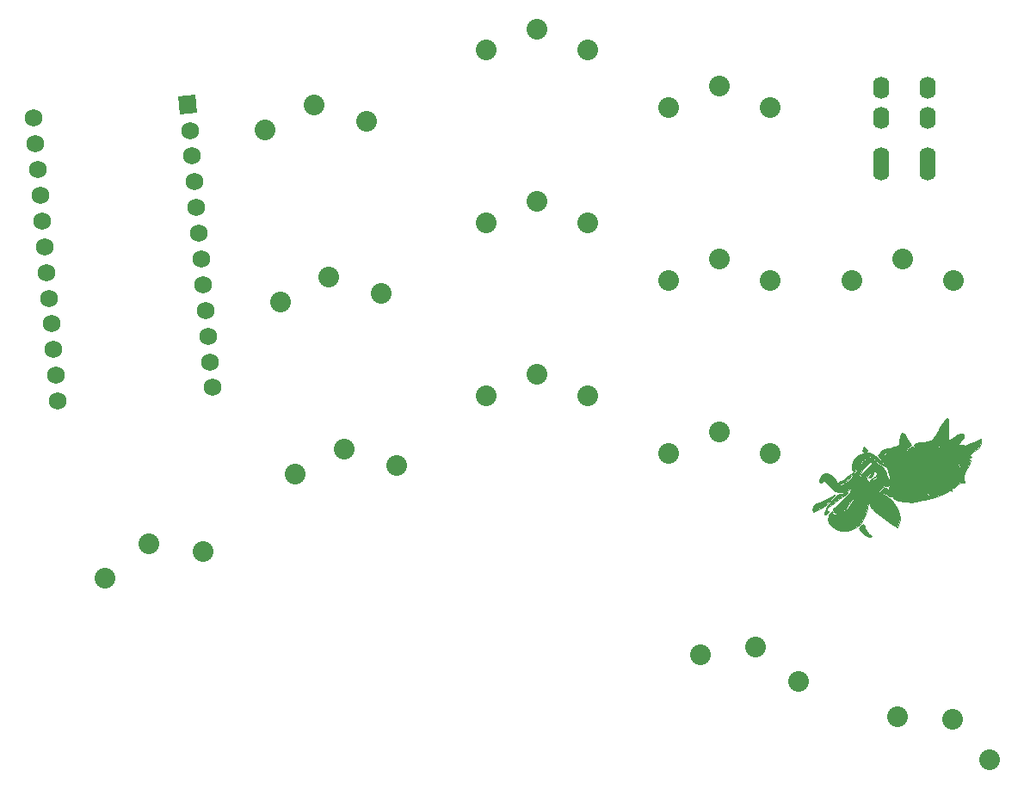
<source format=gbr>
%TF.GenerationSoftware,KiCad,Pcbnew,(5.1.10)-1*%
%TF.CreationDate,2021-07-02T19:59:24+02:00*%
%TF.ProjectId,newidea,6e657769-6465-4612-9e6b-696361645f70,VERSION_HERE*%
%TF.SameCoordinates,Original*%
%TF.FileFunction,Copper,L2,Bot*%
%TF.FilePolarity,Positive*%
%FSLAX46Y46*%
G04 Gerber Fmt 4.6, Leading zero omitted, Abs format (unit mm)*
G04 Created by KiCad (PCBNEW (5.1.10)-1) date 2021-07-02 19:59:24*
%MOMM*%
%LPD*%
G01*
G04 APERTURE LIST*
%TA.AperFunction,EtchedComponent*%
%ADD10C,0.010000*%
%TD*%
%TA.AperFunction,ComponentPad*%
%ADD11C,2.032000*%
%TD*%
%TA.AperFunction,ComponentPad*%
%ADD12C,0.100000*%
%TD*%
%TA.AperFunction,ComponentPad*%
%ADD13C,1.752600*%
%TD*%
%TA.AperFunction,ComponentPad*%
%ADD14O,1.600000X2.200000*%
%TD*%
G04 APERTURE END LIST*
D10*
%TO.C,G\u002A\u002A\u002A*%
G36*
X82437758Y24007982D02*
G01*
X82517202Y23807864D01*
X82575539Y23653310D01*
X82762691Y23294878D01*
X82971026Y23102976D01*
X83164047Y22970099D01*
X83194250Y22883275D01*
X83061606Y22841936D01*
X82957508Y22838000D01*
X82763502Y22876176D01*
X82555674Y23007665D01*
X82322508Y23226771D01*
X82127219Y23436712D01*
X81990727Y23600645D01*
X81944667Y23677679D01*
X81996854Y23768485D01*
X82119155Y23901558D01*
X82260182Y24028559D01*
X82368547Y24101146D01*
X82394978Y24101278D01*
X82437758Y24007982D01*
G37*
X82437758Y24007982D02*
X82517202Y23807864D01*
X82575539Y23653310D01*
X82762691Y23294878D01*
X82971026Y23102976D01*
X83164047Y22970099D01*
X83194250Y22883275D01*
X83061606Y22841936D01*
X82957508Y22838000D01*
X82763502Y22876176D01*
X82555674Y23007665D01*
X82322508Y23226771D01*
X82127219Y23436712D01*
X81990727Y23600645D01*
X81944667Y23677679D01*
X81996854Y23768485D01*
X82119155Y23901558D01*
X82260182Y24028559D01*
X82368547Y24101146D01*
X82394978Y24101278D01*
X82437758Y24007982D01*
G36*
X82995074Y31075941D02*
G01*
X83440546Y30897519D01*
X83867224Y30565928D01*
X84123702Y30276583D01*
X84295653Y30046867D01*
X84411087Y29875006D01*
X84445322Y29797786D01*
X84445126Y29797570D01*
X84359186Y29817898D01*
X84188842Y29914613D01*
X83980176Y30056178D01*
X83779269Y30211058D01*
X83632202Y30347715D01*
X83619170Y30362824D01*
X83443605Y30484467D01*
X83278540Y30452065D01*
X83172927Y30290538D01*
X83077653Y30154384D01*
X82891215Y29982706D01*
X82783351Y29902135D01*
X82394403Y29544852D01*
X82143190Y29118250D01*
X82043803Y28648166D01*
X82043566Y28545562D01*
X82052795Y28311714D01*
X82061696Y28239607D01*
X82074662Y28321715D01*
X82088638Y28468333D01*
X82120528Y28607181D01*
X82681518Y28607181D01*
X82709350Y28445858D01*
X82755216Y28389547D01*
X82979207Y28269039D01*
X83250925Y28309349D01*
X83524175Y28472642D01*
X83736531Y28699985D01*
X83808096Y28934021D01*
X83730768Y29143579D01*
X83705734Y29171067D01*
X83510722Y29266033D01*
X83268190Y29203765D01*
X83049921Y29051868D01*
X82792453Y28803369D01*
X82681518Y28607181D01*
X82120528Y28607181D01*
X82192056Y28918605D01*
X82423846Y29281295D01*
X82774587Y29569929D01*
X83061071Y29796754D01*
X83212045Y30027646D01*
X83234320Y30098167D01*
X83329566Y30311218D01*
X83459402Y30359354D01*
X83614698Y30241252D01*
X83672548Y30161667D01*
X83808554Y30009535D01*
X83929772Y29950000D01*
X84112427Y29876187D01*
X84311888Y29683103D01*
X84495026Y29413280D01*
X84628711Y29109248D01*
X84653453Y29020947D01*
X84725415Y28769549D01*
X84797418Y28593620D01*
X84831841Y28547742D01*
X84880457Y28440371D01*
X84906575Y28232099D01*
X84908000Y28167003D01*
X84895059Y27949823D01*
X84838166Y27854236D01*
X84715172Y27833333D01*
X84496833Y27780944D01*
X84255077Y27649465D01*
X84042286Y27477435D01*
X83910845Y27303390D01*
X83892000Y27227748D01*
X83965739Y27168588D01*
X84151657Y27095677D01*
X84251834Y27066300D01*
X84520814Y26953662D01*
X84815312Y26742950D01*
X85130785Y26449203D01*
X85410701Y26152186D01*
X85598777Y25899787D01*
X85734425Y25629630D01*
X85844067Y25320348D01*
X85943322Y24988674D01*
X85989201Y24749723D01*
X85987156Y24537435D01*
X85942639Y24285748D01*
X85933033Y24242292D01*
X85863353Y23977867D01*
X85793682Y23787684D01*
X85753338Y23726179D01*
X85661671Y23757956D01*
X85464631Y23878246D01*
X85187487Y24067828D01*
X84855509Y24307484D01*
X84493968Y24577994D01*
X84128134Y24860140D01*
X83783277Y25134702D01*
X83484666Y25382462D01*
X83257573Y25584199D01*
X83127266Y25720695D01*
X83122710Y25726905D01*
X83010832Y25934530D01*
X82968866Y26178961D01*
X82974154Y26431134D01*
X82981549Y26675610D01*
X82970281Y26827386D01*
X82951924Y26854460D01*
X82921036Y26760614D01*
X82886939Y26542554D01*
X82856447Y26245102D01*
X82853352Y26206182D01*
X82768447Y25641512D01*
X82610572Y25072644D01*
X82399470Y24558031D01*
X82165579Y24169981D01*
X81805370Y23825229D01*
X81351263Y23581426D01*
X80844775Y23446565D01*
X80327419Y23428636D01*
X79840711Y23535633D01*
X79569410Y23670206D01*
X79261066Y23884192D01*
X79073016Y24072177D01*
X78971408Y24278245D01*
X78926942Y24506846D01*
X78945882Y24851445D01*
X79062857Y25107024D01*
X79193685Y25265414D01*
X79309414Y25332627D01*
X79373056Y25300078D01*
X79353770Y25174548D01*
X79372749Y25063811D01*
X79511488Y25008666D01*
X79731459Y25004546D01*
X79994134Y25046888D01*
X80260985Y25131126D01*
X80493485Y25252695D01*
X80577966Y25319595D01*
X80718980Y25472007D01*
X80903960Y25699887D01*
X81104529Y25964385D01*
X81292309Y26226652D01*
X81438923Y26447838D01*
X81515993Y26589094D01*
X81521334Y26611092D01*
X81477381Y26627890D01*
X81364037Y26537629D01*
X81209073Y26371932D01*
X81040264Y26162426D01*
X80885379Y25940732D01*
X80793332Y25782114D01*
X80571293Y25462492D01*
X80299475Y25241446D01*
X80010322Y25130143D01*
X79736277Y25139748D01*
X79509780Y25281427D01*
X79472397Y25327479D01*
X79418398Y25410096D01*
X79402441Y25486772D01*
X79440678Y25580089D01*
X79549264Y25712626D01*
X79744353Y25906962D01*
X80042098Y26185679D01*
X80173077Y26306905D01*
X80569890Y26682200D01*
X80857149Y26977689D01*
X81056341Y27220814D01*
X81188954Y27439015D01*
X81276476Y27659733D01*
X81302034Y27748667D01*
X81335274Y27885016D01*
X81316115Y27881610D01*
X81229350Y27734613D01*
X81226505Y27729629D01*
X81026872Y27488117D01*
X80729213Y27320931D01*
X80422659Y27230724D01*
X80004637Y27207231D01*
X79597869Y27335098D01*
X79193133Y27619497D01*
X78781202Y28065600D01*
X78667310Y28214769D01*
X78543115Y28375655D01*
X78480074Y28409570D01*
X78439050Y28325982D01*
X78423529Y28273734D01*
X78324513Y28128643D01*
X78192524Y28118130D01*
X78087237Y28235032D01*
X78065851Y28316664D01*
X78105374Y28607152D01*
X78293031Y28874242D01*
X78437817Y28988585D01*
X78609837Y29073580D01*
X78790368Y29076584D01*
X78981380Y29028656D01*
X79186105Y28943501D01*
X79356055Y28802716D01*
X79534329Y28565767D01*
X79624576Y28423737D01*
X79830547Y28121183D01*
X80008768Y27961444D01*
X80199689Y27932344D01*
X80443757Y28021707D01*
X80624895Y28122598D01*
X80823813Y28257754D01*
X81026727Y28438349D01*
X81260773Y28692333D01*
X81553089Y29047658D01*
X81683284Y29212755D01*
X81743384Y29366574D01*
X81703614Y29483976D01*
X81599461Y29516123D01*
X81504400Y29458933D01*
X81373128Y29366132D01*
X81297508Y29418186D01*
X81268409Y29624356D01*
X81267334Y29699373D01*
X81296019Y29874981D01*
X81964904Y29874981D01*
X81974778Y29868378D01*
X82079684Y29916697D01*
X82253181Y30041024D01*
X82313445Y30090397D01*
X82552584Y30260674D01*
X82856398Y30436615D01*
X83003000Y30508853D01*
X83213321Y30613529D01*
X83322626Y30685720D01*
X83317686Y30707123D01*
X83160638Y30667279D01*
X82914397Y30556816D01*
X82628464Y30402259D01*
X82352341Y30230135D01*
X82156334Y30084823D01*
X82014026Y29951267D01*
X81964904Y29874981D01*
X81296019Y29874981D01*
X81344263Y30170313D01*
X81563668Y30565919D01*
X81908470Y30867574D01*
X82361592Y31056662D01*
X82546033Y31093311D01*
X82995074Y31075941D01*
G37*
X82995074Y31075941D02*
X83440546Y30897519D01*
X83867224Y30565928D01*
X84123702Y30276583D01*
X84295653Y30046867D01*
X84411087Y29875006D01*
X84445322Y29797786D01*
X84445126Y29797570D01*
X84359186Y29817898D01*
X84188842Y29914613D01*
X83980176Y30056178D01*
X83779269Y30211058D01*
X83632202Y30347715D01*
X83619170Y30362824D01*
X83443605Y30484467D01*
X83278540Y30452065D01*
X83172927Y30290538D01*
X83077653Y30154384D01*
X82891215Y29982706D01*
X82783351Y29902135D01*
X82394403Y29544852D01*
X82143190Y29118250D01*
X82043803Y28648166D01*
X82043566Y28545562D01*
X82052795Y28311714D01*
X82061696Y28239607D01*
X82074662Y28321715D01*
X82088638Y28468333D01*
X82120528Y28607181D01*
X82681518Y28607181D01*
X82709350Y28445858D01*
X82755216Y28389547D01*
X82979207Y28269039D01*
X83250925Y28309349D01*
X83524175Y28472642D01*
X83736531Y28699985D01*
X83808096Y28934021D01*
X83730768Y29143579D01*
X83705734Y29171067D01*
X83510722Y29266033D01*
X83268190Y29203765D01*
X83049921Y29051868D01*
X82792453Y28803369D01*
X82681518Y28607181D01*
X82120528Y28607181D01*
X82192056Y28918605D01*
X82423846Y29281295D01*
X82774587Y29569929D01*
X83061071Y29796754D01*
X83212045Y30027646D01*
X83234320Y30098167D01*
X83329566Y30311218D01*
X83459402Y30359354D01*
X83614698Y30241252D01*
X83672548Y30161667D01*
X83808554Y30009535D01*
X83929772Y29950000D01*
X84112427Y29876187D01*
X84311888Y29683103D01*
X84495026Y29413280D01*
X84628711Y29109248D01*
X84653453Y29020947D01*
X84725415Y28769549D01*
X84797418Y28593620D01*
X84831841Y28547742D01*
X84880457Y28440371D01*
X84906575Y28232099D01*
X84908000Y28167003D01*
X84895059Y27949823D01*
X84838166Y27854236D01*
X84715172Y27833333D01*
X84496833Y27780944D01*
X84255077Y27649465D01*
X84042286Y27477435D01*
X83910845Y27303390D01*
X83892000Y27227748D01*
X83965739Y27168588D01*
X84151657Y27095677D01*
X84251834Y27066300D01*
X84520814Y26953662D01*
X84815312Y26742950D01*
X85130785Y26449203D01*
X85410701Y26152186D01*
X85598777Y25899787D01*
X85734425Y25629630D01*
X85844067Y25320348D01*
X85943322Y24988674D01*
X85989201Y24749723D01*
X85987156Y24537435D01*
X85942639Y24285748D01*
X85933033Y24242292D01*
X85863353Y23977867D01*
X85793682Y23787684D01*
X85753338Y23726179D01*
X85661671Y23757956D01*
X85464631Y23878246D01*
X85187487Y24067828D01*
X84855509Y24307484D01*
X84493968Y24577994D01*
X84128134Y24860140D01*
X83783277Y25134702D01*
X83484666Y25382462D01*
X83257573Y25584199D01*
X83127266Y25720695D01*
X83122710Y25726905D01*
X83010832Y25934530D01*
X82968866Y26178961D01*
X82974154Y26431134D01*
X82981549Y26675610D01*
X82970281Y26827386D01*
X82951924Y26854460D01*
X82921036Y26760614D01*
X82886939Y26542554D01*
X82856447Y26245102D01*
X82853352Y26206182D01*
X82768447Y25641512D01*
X82610572Y25072644D01*
X82399470Y24558031D01*
X82165579Y24169981D01*
X81805370Y23825229D01*
X81351263Y23581426D01*
X80844775Y23446565D01*
X80327419Y23428636D01*
X79840711Y23535633D01*
X79569410Y23670206D01*
X79261066Y23884192D01*
X79073016Y24072177D01*
X78971408Y24278245D01*
X78926942Y24506846D01*
X78945882Y24851445D01*
X79062857Y25107024D01*
X79193685Y25265414D01*
X79309414Y25332627D01*
X79373056Y25300078D01*
X79353770Y25174548D01*
X79372749Y25063811D01*
X79511488Y25008666D01*
X79731459Y25004546D01*
X79994134Y25046888D01*
X80260985Y25131126D01*
X80493485Y25252695D01*
X80577966Y25319595D01*
X80718980Y25472007D01*
X80903960Y25699887D01*
X81104529Y25964385D01*
X81292309Y26226652D01*
X81438923Y26447838D01*
X81515993Y26589094D01*
X81521334Y26611092D01*
X81477381Y26627890D01*
X81364037Y26537629D01*
X81209073Y26371932D01*
X81040264Y26162426D01*
X80885379Y25940732D01*
X80793332Y25782114D01*
X80571293Y25462492D01*
X80299475Y25241446D01*
X80010322Y25130143D01*
X79736277Y25139748D01*
X79509780Y25281427D01*
X79472397Y25327479D01*
X79418398Y25410096D01*
X79402441Y25486772D01*
X79440678Y25580089D01*
X79549264Y25712626D01*
X79744353Y25906962D01*
X80042098Y26185679D01*
X80173077Y26306905D01*
X80569890Y26682200D01*
X80857149Y26977689D01*
X81056341Y27220814D01*
X81188954Y27439015D01*
X81276476Y27659733D01*
X81302034Y27748667D01*
X81335274Y27885016D01*
X81316115Y27881610D01*
X81229350Y27734613D01*
X81226505Y27729629D01*
X81026872Y27488117D01*
X80729213Y27320931D01*
X80422659Y27230724D01*
X80004637Y27207231D01*
X79597869Y27335098D01*
X79193133Y27619497D01*
X78781202Y28065600D01*
X78667310Y28214769D01*
X78543115Y28375655D01*
X78480074Y28409570D01*
X78439050Y28325982D01*
X78423529Y28273734D01*
X78324513Y28128643D01*
X78192524Y28118130D01*
X78087237Y28235032D01*
X78065851Y28316664D01*
X78105374Y28607152D01*
X78293031Y28874242D01*
X78437817Y28988585D01*
X78609837Y29073580D01*
X78790368Y29076584D01*
X78981380Y29028656D01*
X79186105Y28943501D01*
X79356055Y28802716D01*
X79534329Y28565767D01*
X79624576Y28423737D01*
X79830547Y28121183D01*
X80008768Y27961444D01*
X80199689Y27932344D01*
X80443757Y28021707D01*
X80624895Y28122598D01*
X80823813Y28257754D01*
X81026727Y28438349D01*
X81260773Y28692333D01*
X81553089Y29047658D01*
X81683284Y29212755D01*
X81743384Y29366574D01*
X81703614Y29483976D01*
X81599461Y29516123D01*
X81504400Y29458933D01*
X81373128Y29366132D01*
X81297508Y29418186D01*
X81268409Y29624356D01*
X81267334Y29699373D01*
X81296019Y29874981D01*
X81964904Y29874981D01*
X81974778Y29868378D01*
X82079684Y29916697D01*
X82253181Y30041024D01*
X82313445Y30090397D01*
X82552584Y30260674D01*
X82856398Y30436615D01*
X83003000Y30508853D01*
X83213321Y30613529D01*
X83322626Y30685720D01*
X83317686Y30707123D01*
X83160638Y30667279D01*
X82914397Y30556816D01*
X82628464Y30402259D01*
X82352341Y30230135D01*
X82156334Y30084823D01*
X82014026Y29951267D01*
X81964904Y29874981D01*
X81296019Y29874981D01*
X81344263Y30170313D01*
X81563668Y30565919D01*
X81908470Y30867574D01*
X82361592Y31056662D01*
X82546033Y31093311D01*
X82995074Y31075941D01*
G36*
X80820756Y27131051D02*
G01*
X80649549Y26984458D01*
X80375028Y26776622D01*
X80010084Y26517885D01*
X79637500Y26265054D01*
X79236362Y25986267D01*
X78973712Y25775596D01*
X78837882Y25622880D01*
X78812000Y25546317D01*
X78848888Y25409310D01*
X78899646Y25378000D01*
X78942457Y25327030D01*
X78898118Y25211042D01*
X78798546Y25085421D01*
X78687352Y25009618D01*
X78576588Y25020903D01*
X78558000Y25087043D01*
X78625435Y25375563D01*
X78822145Y25748201D01*
X79139737Y26190477D01*
X79331887Y26422361D01*
X79587919Y26711743D01*
X79776474Y26896047D01*
X79935437Y27002758D01*
X80102689Y27059361D01*
X80243368Y27083660D01*
X80518858Y27130267D01*
X80746506Y27182068D01*
X80801667Y27199135D01*
X80875759Y27206057D01*
X80820756Y27131051D01*
G37*
X80820756Y27131051D02*
X80649549Y26984458D01*
X80375028Y26776622D01*
X80010084Y26517885D01*
X79637500Y26265054D01*
X79236362Y25986267D01*
X78973712Y25775596D01*
X78837882Y25622880D01*
X78812000Y25546317D01*
X78848888Y25409310D01*
X78899646Y25378000D01*
X78942457Y25327030D01*
X78898118Y25211042D01*
X78798546Y25085421D01*
X78687352Y25009618D01*
X78576588Y25020903D01*
X78558000Y25087043D01*
X78625435Y25375563D01*
X78822145Y25748201D01*
X79139737Y26190477D01*
X79331887Y26422361D01*
X79587919Y26711743D01*
X79776474Y26896047D01*
X79935437Y27002758D01*
X80102689Y27059361D01*
X80243368Y27083660D01*
X80518858Y27130267D01*
X80746506Y27182068D01*
X80801667Y27199135D01*
X80875759Y27206057D01*
X80820756Y27131051D01*
G36*
X79533287Y26915545D02*
G01*
X79389589Y26729675D01*
X79235334Y26538675D01*
X78865804Y26132364D01*
X78479564Y25821032D01*
X78166577Y25629589D01*
X77854413Y25456558D01*
X77657652Y25353758D01*
X77543843Y25308878D01*
X77480538Y25309604D01*
X77435286Y25343626D01*
X77429111Y25349778D01*
X77377319Y25506739D01*
X77429107Y25715903D01*
X77554359Y25925552D01*
X77722963Y26083966D01*
X77889226Y26140000D01*
X78066380Y26181825D01*
X78340975Y26292374D01*
X78667718Y26449261D01*
X79001320Y26630097D01*
X79296489Y26812494D01*
X79404667Y26889087D01*
X79534141Y26981418D01*
X79579243Y26994848D01*
X79533287Y26915545D01*
G37*
X79533287Y26915545D02*
X79389589Y26729675D01*
X79235334Y26538675D01*
X78865804Y26132364D01*
X78479564Y25821032D01*
X78166577Y25629589D01*
X77854413Y25456558D01*
X77657652Y25353758D01*
X77543843Y25308878D01*
X77480538Y25309604D01*
X77435286Y25343626D01*
X77429111Y25349778D01*
X77377319Y25506739D01*
X77429107Y25715903D01*
X77554359Y25925552D01*
X77722963Y26083966D01*
X77889226Y26140000D01*
X78066380Y26181825D01*
X78340975Y26292374D01*
X78667718Y26449261D01*
X79001320Y26630097D01*
X79296489Y26812494D01*
X79404667Y26889087D01*
X79534141Y26981418D01*
X79579243Y26994848D01*
X79533287Y26915545D01*
G36*
X90717361Y34442985D02*
G01*
X90737157Y34228264D01*
X90746158Y33911321D01*
X90743508Y33569500D01*
X90739795Y33174355D01*
X90746264Y32834424D01*
X90761552Y32589861D01*
X90780193Y32487551D01*
X90767826Y32390206D01*
X90643684Y32256110D01*
X90391056Y32069067D01*
X90256066Y31979551D01*
X89881217Y31735509D01*
X89634967Y31573300D01*
X89503830Y31482644D01*
X89474317Y31453260D01*
X89532941Y31474867D01*
X89666215Y31537184D01*
X89691667Y31549339D01*
X89892024Y31662664D01*
X90187728Y31851840D01*
X90539057Y32090590D01*
X90906289Y32352639D01*
X90908961Y32354595D01*
X91352386Y32666553D01*
X91688814Y32870131D01*
X91935948Y32971512D01*
X92111488Y32976877D01*
X92233134Y32892409D01*
X92272784Y32830939D01*
X92299848Y32735926D01*
X92267659Y32622127D01*
X92158958Y32460870D01*
X91956485Y32223481D01*
X91810096Y32062269D01*
X91572202Y31788343D01*
X91387266Y31547350D01*
X91280683Y31373888D01*
X91264684Y31319163D01*
X91279150Y31229208D01*
X91318640Y31303471D01*
X91319090Y31304667D01*
X91400009Y31461880D01*
X91526770Y31660192D01*
X91639765Y31796660D01*
X91765488Y31854715D01*
X91966753Y31854091D01*
X92098825Y31839910D01*
X92416854Y31827333D01*
X92638442Y31887038D01*
X92707633Y31928885D01*
X92912315Y32032672D01*
X93068567Y32066667D01*
X93236422Y32108081D01*
X93474472Y32213061D01*
X93594774Y32278804D01*
X93809901Y32387789D01*
X93960672Y32432500D01*
X93999452Y32421861D01*
X94006816Y32303304D01*
X93973734Y32089928D01*
X93954267Y32006565D01*
X93855198Y31752709D01*
X93677103Y31541061D01*
X93472361Y31380039D01*
X93240098Y31207581D01*
X93060355Y31061109D01*
X92993667Y30996521D01*
X92848815Y30902517D01*
X92697334Y30856520D01*
X92581405Y30831107D01*
X92619237Y30816444D01*
X92760834Y30808197D01*
X92973055Y30772557D01*
X93022793Y30700523D01*
X92908748Y30607592D01*
X92782000Y30555354D01*
X92585295Y30473967D01*
X92539016Y30426015D01*
X92646287Y30422523D01*
X92749076Y30439077D01*
X92904271Y30451121D01*
X92936911Y30382695D01*
X92922430Y30321502D01*
X92866553Y30117740D01*
X92817268Y29921234D01*
X92716700Y29685146D01*
X92563108Y29468536D01*
X92340778Y29143257D01*
X92237666Y28798411D01*
X92268310Y28483514D01*
X92271459Y28475017D01*
X92340853Y28277961D01*
X92331984Y28192727D01*
X92225632Y28172435D01*
X92147244Y28172000D01*
X91948326Y28111481D01*
X91698143Y27950620D01*
X91593190Y27862454D01*
X91362472Y27679229D01*
X91210467Y27631866D01*
X91114044Y27720943D01*
X91064732Y27875667D01*
X91049439Y27905616D01*
X91053344Y27792330D01*
X91063540Y27679902D01*
X91100622Y27314803D01*
X90844849Y27447068D01*
X90637976Y27537204D01*
X90484859Y27575541D01*
X90479038Y27575515D01*
X90469825Y27545936D01*
X90589516Y27478126D01*
X90622137Y27463770D01*
X90875273Y27355843D01*
X90664470Y27220220D01*
X90420706Y27096173D01*
X90057967Y26951091D01*
X89622766Y26799818D01*
X89161616Y26657197D01*
X88721031Y26538070D01*
X88347523Y26457281D01*
X88210000Y26436960D01*
X87886642Y26387985D01*
X87603372Y26324214D01*
X87448000Y26270570D01*
X87181474Y26210250D01*
X87024667Y26229679D01*
X86815265Y26268210D01*
X86523466Y26294901D01*
X86371373Y26300894D01*
X86048956Y26333611D01*
X85744576Y26406553D01*
X85640202Y26447407D01*
X85438749Y26573758D01*
X85340198Y26744435D01*
X85305452Y26922521D01*
X85283965Y26986117D01*
X88300053Y26986117D01*
X88321514Y26941816D01*
X88368534Y26880833D01*
X88544504Y26748570D01*
X88718009Y26756999D01*
X88838999Y26899920D01*
X88851654Y26940700D01*
X88875874Y27143098D01*
X88859951Y27258200D01*
X88827453Y27267507D01*
X88809560Y27138876D01*
X88809351Y27132176D01*
X88748366Y26919779D01*
X88604725Y26836817D01*
X88414347Y26902435D01*
X88399422Y26913695D01*
X88300053Y26986117D01*
X85283965Y26986117D01*
X85181644Y27288951D01*
X85025949Y27504114D01*
X84934535Y27616164D01*
X87252253Y27616164D01*
X87273389Y27581978D01*
X87278667Y27581878D01*
X87461481Y27625654D01*
X87530215Y27660693D01*
X87625398Y27743567D01*
X87591455Y27771792D01*
X87461605Y27738862D01*
X87363334Y27693378D01*
X87252253Y27616164D01*
X84934535Y27616164D01*
X84903269Y27654488D01*
X84874376Y27740687D01*
X84892160Y27748667D01*
X84952126Y27825662D01*
X84984987Y28030240D01*
X84987941Y28187775D01*
X88647224Y28187775D01*
X88686467Y28178684D01*
X88817500Y28231084D01*
X88878011Y28287767D01*
X88923683Y28410990D01*
X88843998Y28511498D01*
X88714845Y28576542D01*
X88659510Y28565065D01*
X88669818Y28514962D01*
X88703889Y28510667D01*
X88789518Y28452038D01*
X88789712Y28331574D01*
X88706546Y28232404D01*
X88696834Y28228073D01*
X88647224Y28187775D01*
X84987941Y28187775D01*
X84990474Y28322791D01*
X84968318Y28663704D01*
X84954335Y28761357D01*
X89945667Y28761357D01*
X90265467Y28942065D01*
X90460949Y29068325D01*
X90522622Y29162600D01*
X90487933Y29240054D01*
X90356049Y29340843D01*
X90295133Y29356037D01*
X90270888Y29320367D01*
X90326667Y29272537D01*
X90388713Y29201570D01*
X90341629Y29106905D01*
X90199667Y28975845D01*
X89945667Y28761357D01*
X84954335Y28761357D01*
X84918249Y29013369D01*
X84901323Y29097588D01*
X84862629Y29214922D01*
X89765576Y29214922D01*
X89818667Y29195247D01*
X89999409Y29235227D01*
X90072667Y29272667D01*
X90139164Y29336159D01*
X90077607Y29344175D01*
X89919933Y29296716D01*
X89861000Y29272667D01*
X89765576Y29214922D01*
X84862629Y29214922D01*
X84798327Y29409901D01*
X84720732Y29551209D01*
X91534067Y29551209D01*
X91655451Y29607008D01*
X91824236Y29714048D01*
X91899132Y29790588D01*
X91888563Y29901837D01*
X91772567Y29999323D01*
X91639000Y30030796D01*
X91629770Y29996650D01*
X91704974Y29941834D01*
X91798932Y29870406D01*
X91776689Y29793437D01*
X91662641Y29685628D01*
X91535194Y29571397D01*
X91534067Y29551209D01*
X84720732Y29551209D01*
X84607368Y29757654D01*
X84311879Y30173140D01*
X83813779Y30822770D01*
X83835243Y30849871D01*
X84360619Y30849871D01*
X84453467Y30898533D01*
X84538011Y30958230D01*
X84737978Y31080789D01*
X84885669Y31095866D01*
X84976945Y31059081D01*
X85141457Y30986774D01*
X85219934Y30969390D01*
X85204609Y31005409D01*
X85075013Y31088725D01*
X85055907Y31099230D01*
X84802871Y31171584D01*
X84572273Y31088353D01*
X84393037Y30912106D01*
X84360619Y30849871D01*
X83835243Y30849871D01*
X84062100Y31136301D01*
X84248196Y31337763D01*
X84442419Y31444346D01*
X84723914Y31498787D01*
X84736127Y31500250D01*
X85083899Y31568103D01*
X85438502Y31676789D01*
X85536595Y31716444D01*
X85765263Y31830202D01*
X85884628Y31949596D01*
X85942610Y32138980D01*
X85965128Y32291943D01*
X86035822Y32681970D01*
X86126222Y32950212D01*
X86228598Y33075866D01*
X86258900Y33082667D01*
X86357057Y33017123D01*
X86478488Y32858522D01*
X86483784Y32849834D01*
X86616562Y32637681D01*
X86790262Y32370044D01*
X86868720Y32251877D01*
X87113301Y31886753D01*
X86947838Y31676401D01*
X86806341Y31436514D01*
X86727687Y31217056D01*
X86620368Y30983395D01*
X86456415Y30797699D01*
X86333238Y30684067D01*
X86314716Y30628451D01*
X86322793Y30627334D01*
X86464202Y30700642D01*
X86491198Y30732242D01*
X92226055Y30732242D01*
X92309278Y30718684D01*
X92419092Y30734251D01*
X92420403Y30763153D01*
X92307086Y30783364D01*
X92258125Y30769837D01*
X92226055Y30732242D01*
X86491198Y30732242D01*
X86628496Y30892949D01*
X86784370Y31162824D01*
X86857015Y31334299D01*
X87003220Y31609948D01*
X87171876Y31721437D01*
X87352809Y31667106D01*
X87535845Y31445295D01*
X87535994Y31445041D01*
X87681993Y31243538D01*
X87825635Y31113965D01*
X87854069Y31100354D01*
X87949940Y31074629D01*
X87904138Y31126740D01*
X87868434Y31156292D01*
X87743933Y31295608D01*
X87595537Y31510429D01*
X87557612Y31573355D01*
X87376689Y31884377D01*
X87657973Y32017855D01*
X87924545Y32102137D01*
X88243623Y32148335D01*
X88332834Y32151333D01*
X88707565Y32186349D01*
X89020622Y32304691D01*
X89296002Y32526305D01*
X89557698Y32871136D01*
X89829706Y33359127D01*
X89860758Y33421333D01*
X90077658Y33821440D01*
X90294623Y34154578D01*
X90491637Y34394139D01*
X90648685Y34513515D01*
X90688698Y34522000D01*
X90717361Y34442985D01*
G37*
X90717361Y34442985D02*
X90737157Y34228264D01*
X90746158Y33911321D01*
X90743508Y33569500D01*
X90739795Y33174355D01*
X90746264Y32834424D01*
X90761552Y32589861D01*
X90780193Y32487551D01*
X90767826Y32390206D01*
X90643684Y32256110D01*
X90391056Y32069067D01*
X90256066Y31979551D01*
X89881217Y31735509D01*
X89634967Y31573300D01*
X89503830Y31482644D01*
X89474317Y31453260D01*
X89532941Y31474867D01*
X89666215Y31537184D01*
X89691667Y31549339D01*
X89892024Y31662664D01*
X90187728Y31851840D01*
X90539057Y32090590D01*
X90906289Y32352639D01*
X90908961Y32354595D01*
X91352386Y32666553D01*
X91688814Y32870131D01*
X91935948Y32971512D01*
X92111488Y32976877D01*
X92233134Y32892409D01*
X92272784Y32830939D01*
X92299848Y32735926D01*
X92267659Y32622127D01*
X92158958Y32460870D01*
X91956485Y32223481D01*
X91810096Y32062269D01*
X91572202Y31788343D01*
X91387266Y31547350D01*
X91280683Y31373888D01*
X91264684Y31319163D01*
X91279150Y31229208D01*
X91318640Y31303471D01*
X91319090Y31304667D01*
X91400009Y31461880D01*
X91526770Y31660192D01*
X91639765Y31796660D01*
X91765488Y31854715D01*
X91966753Y31854091D01*
X92098825Y31839910D01*
X92416854Y31827333D01*
X92638442Y31887038D01*
X92707633Y31928885D01*
X92912315Y32032672D01*
X93068567Y32066667D01*
X93236422Y32108081D01*
X93474472Y32213061D01*
X93594774Y32278804D01*
X93809901Y32387789D01*
X93960672Y32432500D01*
X93999452Y32421861D01*
X94006816Y32303304D01*
X93973734Y32089928D01*
X93954267Y32006565D01*
X93855198Y31752709D01*
X93677103Y31541061D01*
X93472361Y31380039D01*
X93240098Y31207581D01*
X93060355Y31061109D01*
X92993667Y30996521D01*
X92848815Y30902517D01*
X92697334Y30856520D01*
X92581405Y30831107D01*
X92619237Y30816444D01*
X92760834Y30808197D01*
X92973055Y30772557D01*
X93022793Y30700523D01*
X92908748Y30607592D01*
X92782000Y30555354D01*
X92585295Y30473967D01*
X92539016Y30426015D01*
X92646287Y30422523D01*
X92749076Y30439077D01*
X92904271Y30451121D01*
X92936911Y30382695D01*
X92922430Y30321502D01*
X92866553Y30117740D01*
X92817268Y29921234D01*
X92716700Y29685146D01*
X92563108Y29468536D01*
X92340778Y29143257D01*
X92237666Y28798411D01*
X92268310Y28483514D01*
X92271459Y28475017D01*
X92340853Y28277961D01*
X92331984Y28192727D01*
X92225632Y28172435D01*
X92147244Y28172000D01*
X91948326Y28111481D01*
X91698143Y27950620D01*
X91593190Y27862454D01*
X91362472Y27679229D01*
X91210467Y27631866D01*
X91114044Y27720943D01*
X91064732Y27875667D01*
X91049439Y27905616D01*
X91053344Y27792330D01*
X91063540Y27679902D01*
X91100622Y27314803D01*
X90844849Y27447068D01*
X90637976Y27537204D01*
X90484859Y27575541D01*
X90479038Y27575515D01*
X90469825Y27545936D01*
X90589516Y27478126D01*
X90622137Y27463770D01*
X90875273Y27355843D01*
X90664470Y27220220D01*
X90420706Y27096173D01*
X90057967Y26951091D01*
X89622766Y26799818D01*
X89161616Y26657197D01*
X88721031Y26538070D01*
X88347523Y26457281D01*
X88210000Y26436960D01*
X87886642Y26387985D01*
X87603372Y26324214D01*
X87448000Y26270570D01*
X87181474Y26210250D01*
X87024667Y26229679D01*
X86815265Y26268210D01*
X86523466Y26294901D01*
X86371373Y26300894D01*
X86048956Y26333611D01*
X85744576Y26406553D01*
X85640202Y26447407D01*
X85438749Y26573758D01*
X85340198Y26744435D01*
X85305452Y26922521D01*
X85283965Y26986117D01*
X88300053Y26986117D01*
X88321514Y26941816D01*
X88368534Y26880833D01*
X88544504Y26748570D01*
X88718009Y26756999D01*
X88838999Y26899920D01*
X88851654Y26940700D01*
X88875874Y27143098D01*
X88859951Y27258200D01*
X88827453Y27267507D01*
X88809560Y27138876D01*
X88809351Y27132176D01*
X88748366Y26919779D01*
X88604725Y26836817D01*
X88414347Y26902435D01*
X88399422Y26913695D01*
X88300053Y26986117D01*
X85283965Y26986117D01*
X85181644Y27288951D01*
X85025949Y27504114D01*
X84934535Y27616164D01*
X87252253Y27616164D01*
X87273389Y27581978D01*
X87278667Y27581878D01*
X87461481Y27625654D01*
X87530215Y27660693D01*
X87625398Y27743567D01*
X87591455Y27771792D01*
X87461605Y27738862D01*
X87363334Y27693378D01*
X87252253Y27616164D01*
X84934535Y27616164D01*
X84903269Y27654488D01*
X84874376Y27740687D01*
X84892160Y27748667D01*
X84952126Y27825662D01*
X84984987Y28030240D01*
X84987941Y28187775D01*
X88647224Y28187775D01*
X88686467Y28178684D01*
X88817500Y28231084D01*
X88878011Y28287767D01*
X88923683Y28410990D01*
X88843998Y28511498D01*
X88714845Y28576542D01*
X88659510Y28565065D01*
X88669818Y28514962D01*
X88703889Y28510667D01*
X88789518Y28452038D01*
X88789712Y28331574D01*
X88706546Y28232404D01*
X88696834Y28228073D01*
X88647224Y28187775D01*
X84987941Y28187775D01*
X84990474Y28322791D01*
X84968318Y28663704D01*
X84954335Y28761357D01*
X89945667Y28761357D01*
X90265467Y28942065D01*
X90460949Y29068325D01*
X90522622Y29162600D01*
X90487933Y29240054D01*
X90356049Y29340843D01*
X90295133Y29356037D01*
X90270888Y29320367D01*
X90326667Y29272537D01*
X90388713Y29201570D01*
X90341629Y29106905D01*
X90199667Y28975845D01*
X89945667Y28761357D01*
X84954335Y28761357D01*
X84918249Y29013369D01*
X84901323Y29097588D01*
X84862629Y29214922D01*
X89765576Y29214922D01*
X89818667Y29195247D01*
X89999409Y29235227D01*
X90072667Y29272667D01*
X90139164Y29336159D01*
X90077607Y29344175D01*
X89919933Y29296716D01*
X89861000Y29272667D01*
X89765576Y29214922D01*
X84862629Y29214922D01*
X84798327Y29409901D01*
X84720732Y29551209D01*
X91534067Y29551209D01*
X91655451Y29607008D01*
X91824236Y29714048D01*
X91899132Y29790588D01*
X91888563Y29901837D01*
X91772567Y29999323D01*
X91639000Y30030796D01*
X91629770Y29996650D01*
X91704974Y29941834D01*
X91798932Y29870406D01*
X91776689Y29793437D01*
X91662641Y29685628D01*
X91535194Y29571397D01*
X91534067Y29551209D01*
X84720732Y29551209D01*
X84607368Y29757654D01*
X84311879Y30173140D01*
X83813779Y30822770D01*
X83835243Y30849871D01*
X84360619Y30849871D01*
X84453467Y30898533D01*
X84538011Y30958230D01*
X84737978Y31080789D01*
X84885669Y31095866D01*
X84976945Y31059081D01*
X85141457Y30986774D01*
X85219934Y30969390D01*
X85204609Y31005409D01*
X85075013Y31088725D01*
X85055907Y31099230D01*
X84802871Y31171584D01*
X84572273Y31088353D01*
X84393037Y30912106D01*
X84360619Y30849871D01*
X83835243Y30849871D01*
X84062100Y31136301D01*
X84248196Y31337763D01*
X84442419Y31444346D01*
X84723914Y31498787D01*
X84736127Y31500250D01*
X85083899Y31568103D01*
X85438502Y31676789D01*
X85536595Y31716444D01*
X85765263Y31830202D01*
X85884628Y31949596D01*
X85942610Y32138980D01*
X85965128Y32291943D01*
X86035822Y32681970D01*
X86126222Y32950212D01*
X86228598Y33075866D01*
X86258900Y33082667D01*
X86357057Y33017123D01*
X86478488Y32858522D01*
X86483784Y32849834D01*
X86616562Y32637681D01*
X86790262Y32370044D01*
X86868720Y32251877D01*
X87113301Y31886753D01*
X86947838Y31676401D01*
X86806341Y31436514D01*
X86727687Y31217056D01*
X86620368Y30983395D01*
X86456415Y30797699D01*
X86333238Y30684067D01*
X86314716Y30628451D01*
X86322793Y30627334D01*
X86464202Y30700642D01*
X86491198Y30732242D01*
X92226055Y30732242D01*
X92309278Y30718684D01*
X92419092Y30734251D01*
X92420403Y30763153D01*
X92307086Y30783364D01*
X92258125Y30769837D01*
X92226055Y30732242D01*
X86491198Y30732242D01*
X86628496Y30892949D01*
X86784370Y31162824D01*
X86857015Y31334299D01*
X87003220Y31609948D01*
X87171876Y31721437D01*
X87352809Y31667106D01*
X87535845Y31445295D01*
X87535994Y31445041D01*
X87681993Y31243538D01*
X87825635Y31113965D01*
X87854069Y31100354D01*
X87949940Y31074629D01*
X87904138Y31126740D01*
X87868434Y31156292D01*
X87743933Y31295608D01*
X87595537Y31510429D01*
X87557612Y31573355D01*
X87376689Y31884377D01*
X87657973Y32017855D01*
X87924545Y32102137D01*
X88243623Y32148335D01*
X88332834Y32151333D01*
X88707565Y32186349D01*
X89020622Y32304691D01*
X89296002Y32526305D01*
X89557698Y32871136D01*
X89829706Y33359127D01*
X89860758Y33421333D01*
X90077658Y33821440D01*
X90294623Y34154578D01*
X90491637Y34394139D01*
X90648685Y34513515D01*
X90688698Y34522000D01*
X90717361Y34442985D01*
G36*
X84763077Y27554349D02*
G01*
X84965373Y27369561D01*
X85143892Y27144188D01*
X85222328Y26949299D01*
X85208522Y26813222D01*
X85110314Y26764283D01*
X84935545Y26830810D01*
X84836485Y26903899D01*
X84623791Y27033569D01*
X84348568Y27145474D01*
X84287031Y27163621D01*
X83936091Y27258120D01*
X84189212Y27460639D01*
X84408886Y27611524D01*
X84583028Y27644772D01*
X84763077Y27554349D01*
G37*
X84763077Y27554349D02*
X84965373Y27369561D01*
X85143892Y27144188D01*
X85222328Y26949299D01*
X85208522Y26813222D01*
X85110314Y26764283D01*
X84935545Y26830810D01*
X84836485Y26903899D01*
X84623791Y27033569D01*
X84348568Y27145474D01*
X84287031Y27163621D01*
X83936091Y27258120D01*
X84189212Y27460639D01*
X84408886Y27611524D01*
X84583028Y27644772D01*
X84763077Y27554349D01*
G36*
X81595291Y29328417D02*
G01*
X81556689Y29272667D01*
X81184846Y28790788D01*
X80861997Y28441582D01*
X80626379Y28252987D01*
X80410522Y28152818D01*
X80184771Y28096128D01*
X80001804Y28090148D01*
X79914303Y28142113D01*
X79912667Y28154992D01*
X79984028Y28225044D01*
X80160075Y28311344D01*
X80203879Y28327953D01*
X80426841Y28442285D01*
X80701430Y28628735D01*
X80902379Y28790783D01*
X81145903Y29000990D01*
X81361812Y29181277D01*
X81479000Y29273988D01*
X81594053Y29353826D01*
X81595291Y29328417D01*
G37*
X81595291Y29328417D02*
X81556689Y29272667D01*
X81184846Y28790788D01*
X80861997Y28441582D01*
X80626379Y28252987D01*
X80410522Y28152818D01*
X80184771Y28096128D01*
X80001804Y28090148D01*
X79914303Y28142113D01*
X79912667Y28154992D01*
X79984028Y28225044D01*
X80160075Y28311344D01*
X80203879Y28327953D01*
X80426841Y28442285D01*
X80701430Y28628735D01*
X80902379Y28790783D01*
X81145903Y29000990D01*
X81361812Y29181277D01*
X81479000Y29273988D01*
X81594053Y29353826D01*
X81595291Y29328417D01*
G36*
X82569268Y31628718D02*
G01*
X82625908Y31557402D01*
X82757786Y31362259D01*
X82763203Y31259915D01*
X82634786Y31222785D01*
X82535720Y31220000D01*
X82360336Y31235009D01*
X82311744Y31312661D01*
X82335964Y31452833D01*
X82398259Y31663703D01*
X82465597Y31718569D01*
X82569268Y31628718D01*
G37*
X82569268Y31628718D02*
X82625908Y31557402D01*
X82757786Y31362259D01*
X82763203Y31259915D01*
X82634786Y31222785D01*
X82535720Y31220000D01*
X82360336Y31235009D01*
X82311744Y31312661D01*
X82335964Y31452833D01*
X82398259Y31663703D01*
X82465597Y31718569D01*
X82569268Y31628718D01*
G36*
X83716459Y28934917D02*
G01*
X83716937Y28925956D01*
X83644141Y28742890D01*
X83423804Y28546591D01*
X83214667Y28423018D01*
X83073679Y28355949D01*
X83059597Y28377343D01*
X83116479Y28451193D01*
X83282699Y28589915D01*
X83379539Y28636251D01*
X83532193Y28746097D01*
X83620163Y28872363D01*
X83689327Y28983028D01*
X83716459Y28934917D01*
G37*
X83716459Y28934917D02*
X83716937Y28925956D01*
X83644141Y28742890D01*
X83423804Y28546591D01*
X83214667Y28423018D01*
X83073679Y28355949D01*
X83059597Y28377343D01*
X83116479Y28451193D01*
X83282699Y28589915D01*
X83379539Y28636251D01*
X83532193Y28746097D01*
X83620163Y28872363D01*
X83689327Y28983028D01*
X83716459Y28934917D01*
G36*
X83420133Y29123565D02*
G01*
X83408946Y29020250D01*
X83334426Y28906561D01*
X83195059Y28784056D01*
X83039768Y28684728D01*
X82917477Y28640572D01*
X82876000Y28671731D01*
X82934839Y28767830D01*
X83075725Y28914004D01*
X83245217Y29058761D01*
X83354938Y29133188D01*
X83420133Y29123565D01*
G37*
X83420133Y29123565D02*
X83408946Y29020250D01*
X83334426Y28906561D01*
X83195059Y28784056D01*
X83039768Y28684728D01*
X82917477Y28640572D01*
X82876000Y28671731D01*
X82934839Y28767830D01*
X83075725Y28914004D01*
X83245217Y29058761D01*
X83354938Y29133188D01*
X83420133Y29123565D01*
%TD*%
D11*
%TO.P,S1,1*%
%TO.N,P9*%
X17446193Y21385352D03*
%TO.P,S1,2*%
%TO.N,GND*%
X12073044Y22119701D03*
%TO.P,S1,1*%
%TO.N,P9*%
X7786934Y18797162D03*
%TO.P,S1,2*%
%TO.N,GND*%
X12073044Y22119701D03*
%TD*%
%TO.P,S2,1*%
%TO.N,P6*%
X36458624Y29833401D03*
%TO.P,S2,2*%
%TO.N,GND*%
X31294623Y31489631D03*
%TO.P,S2,1*%
%TO.N,P6*%
X26496677Y28961843D03*
%TO.P,S2,2*%
%TO.N,GND*%
X31294623Y31489631D03*
%TD*%
%TO.P,S3,1*%
%TO.N,P16*%
X34976976Y46768711D03*
%TO.P,S3,2*%
%TO.N,GND*%
X29812975Y48424941D03*
%TO.P,S3,1*%
%TO.N,P16*%
X25015029Y45897153D03*
%TO.P,S3,2*%
%TO.N,GND*%
X29812975Y48424941D03*
%TD*%
%TO.P,S4,1*%
%TO.N,P21*%
X33495328Y63704021D03*
%TO.P,S4,2*%
%TO.N,GND*%
X28331327Y65360251D03*
%TO.P,S4,1*%
%TO.N,P21*%
X23533381Y62832463D03*
%TO.P,S4,2*%
%TO.N,GND*%
X28331327Y65360251D03*
%TD*%
%TO.P,S5,1*%
%TO.N,P5*%
X55242658Y36713144D03*
%TO.P,S5,2*%
%TO.N,GND*%
X50242658Y38813144D03*
%TO.P,S5,1*%
%TO.N,P5*%
X45242658Y36713144D03*
%TO.P,S5,2*%
%TO.N,GND*%
X50242658Y38813144D03*
%TD*%
%TO.P,S6,1*%
%TO.N,P14*%
X55242658Y53713144D03*
%TO.P,S6,2*%
%TO.N,GND*%
X50242658Y55813144D03*
%TO.P,S6,1*%
%TO.N,P14*%
X45242658Y53713144D03*
%TO.P,S6,2*%
%TO.N,GND*%
X50242658Y55813144D03*
%TD*%
%TO.P,S7,1*%
%TO.N,P20*%
X55242658Y70713144D03*
%TO.P,S7,2*%
%TO.N,GND*%
X50242658Y72813144D03*
%TO.P,S7,1*%
%TO.N,P20*%
X45242658Y70713144D03*
%TO.P,S7,2*%
%TO.N,GND*%
X50242658Y72813144D03*
%TD*%
%TO.P,S8,1*%
%TO.N,P4*%
X73242658Y31046477D03*
%TO.P,S8,2*%
%TO.N,GND*%
X68242658Y33146477D03*
%TO.P,S8,1*%
%TO.N,P4*%
X63242658Y31046477D03*
%TO.P,S8,2*%
%TO.N,GND*%
X68242658Y33146477D03*
%TD*%
%TO.P,S9,1*%
%TO.N,P15*%
X73242658Y48046478D03*
%TO.P,S9,2*%
%TO.N,GND*%
X68242658Y50146478D03*
%TO.P,S9,1*%
%TO.N,P15*%
X63242658Y48046478D03*
%TO.P,S9,2*%
%TO.N,GND*%
X68242658Y50146478D03*
%TD*%
%TO.P,S10,1*%
%TO.N,P19*%
X73242658Y65046477D03*
%TO.P,S10,2*%
%TO.N,GND*%
X68242658Y67146477D03*
%TO.P,S10,1*%
%TO.N,P19*%
X63242658Y65046477D03*
%TO.P,S10,2*%
%TO.N,GND*%
X68242658Y67146477D03*
%TD*%
%TO.P,S11,1*%
%TO.N,P18*%
X91242658Y48046478D03*
%TO.P,S11,2*%
%TO.N,GND*%
X86242658Y50146478D03*
%TO.P,S11,1*%
%TO.N,P18*%
X81242658Y48046478D03*
%TO.P,S11,2*%
%TO.N,GND*%
X86242658Y50146478D03*
%TD*%
%TO.P,S12,1*%
%TO.N,P8*%
X76055800Y8622901D03*
%TO.P,S12,2*%
%TO.N,GND*%
X71769690Y11945440D03*
%TO.P,S12,1*%
%TO.N,P8*%
X66396541Y11211091D03*
%TO.P,S12,2*%
%TO.N,GND*%
X71769690Y11945440D03*
%TD*%
%TO.P,S13,1*%
%TO.N,P7*%
X94786341Y878048D03*
%TO.P,S13,2*%
%TO.N,GND*%
X91142301Y4894386D03*
%TO.P,S13,1*%
%TO.N,P7*%
X85723263Y5104231D03*
%TO.P,S13,2*%
%TO.N,GND*%
X91142301Y4894386D03*
%TD*%
%TA.AperFunction,ComponentPad*%
D12*
%TO.P,C1,1*%
%TO.N,RAW*%
G36*
X14955841Y66143782D02*
G01*
X16701772Y66296531D01*
X16854521Y64550600D01*
X15108590Y64397851D01*
X14955841Y66143782D01*
G37*
%TD.AperFunction*%
D13*
%TO.P,C1,2*%
%TO.N,GND*%
X16126556Y62816856D03*
%TO.P,C1,3*%
%TO.N,RST*%
X16347932Y60286522D03*
%TO.P,C1,4*%
%TO.N,VCC*%
X16569308Y57756187D03*
%TO.P,C1,5*%
%TO.N,P21*%
X16790683Y55225853D03*
%TO.P,C1,6*%
%TO.N,P20*%
X17012059Y52695518D03*
%TO.P,C1,7*%
%TO.N,P19*%
X17233434Y50165183D03*
%TO.P,C1,8*%
%TO.N,P18*%
X17454810Y47634849D03*
%TO.P,C1,9*%
%TO.N,P15*%
X17676186Y45104514D03*
%TO.P,C1,10*%
%TO.N,P14*%
X17897561Y42574180D03*
%TO.P,C1,11*%
%TO.N,P16*%
X18118937Y40043845D03*
%TO.P,C1,12*%
%TO.N,P10*%
X18340312Y37513511D03*
%TO.P,C1,13*%
%TO.N,P1*%
X723174Y64018937D03*
%TO.P,C1,14*%
%TO.N,P0*%
X944549Y61488603D03*
%TO.P,C1,15*%
%TO.N,GND*%
X1165925Y58958268D03*
%TO.P,C1,16*%
X1387300Y56427934D03*
%TO.P,C1,17*%
%TO.N,P2*%
X1608676Y53897599D03*
%TO.P,C1,18*%
%TO.N,P3*%
X1830052Y51367265D03*
%TO.P,C1,19*%
%TO.N,P4*%
X2051427Y48836930D03*
%TO.P,C1,20*%
%TO.N,P5*%
X2272803Y46306595D03*
%TO.P,C1,21*%
%TO.N,P6*%
X2494178Y43776261D03*
%TO.P,C1,22*%
%TO.N,P7*%
X2715554Y41245926D03*
%TO.P,C1,23*%
%TO.N,P8*%
X2936930Y38715592D03*
%TO.P,C1,24*%
%TO.N,P9*%
X3158305Y36185257D03*
%TD*%
D14*
%TO.P,REF\u002A\u002A,1*%
%TO.N,GND*%
X88742658Y58946478D03*
%TO.P,REF\u002A\u002A,2*%
X84142658Y60046478D03*
%TO.P,REF\u002A\u002A,3*%
%TO.N,P3*%
X84142658Y64046478D03*
%TO.P,REF\u002A\u002A,4*%
%TO.N,VCC*%
X84142658Y67046478D03*
%TO.P,REF\u002A\u002A,1*%
%TO.N,GND*%
X84142658Y58946478D03*
%TO.P,REF\u002A\u002A,2*%
X88742658Y60046478D03*
%TO.P,REF\u002A\u002A,3*%
%TO.N,P3*%
X88742658Y64046478D03*
%TO.P,REF\u002A\u002A,4*%
%TO.N,VCC*%
X88742658Y67046478D03*
%TD*%
M02*

</source>
